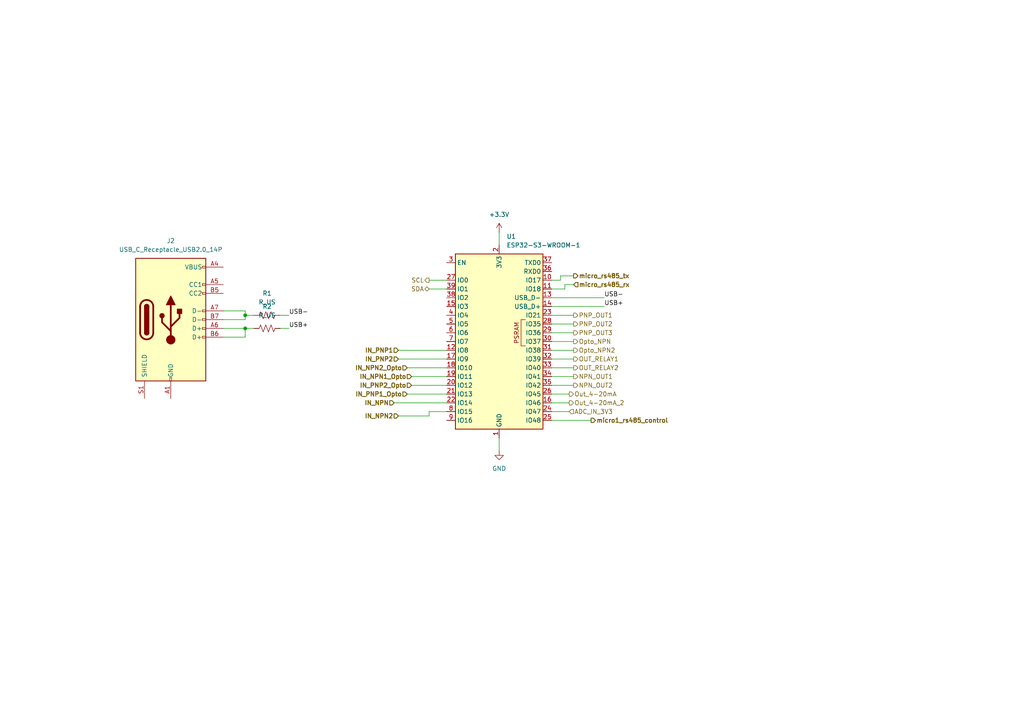
<source format=kicad_sch>
(kicad_sch (version 20250114) (generator "eeschema") (generator_version "9.0")
  (paper "A4")
  (lib_symbols
    (symbol "Connector:USB_C_Receptacle_USB2.0_14P" (pin_names (offset 1.016))
      (property "Reference" "J" (at 0 22.225 0))
      (property "Value" "USB_C_Receptacle_USB2.0_14P" (at 0 19.685 0))
      (symbol "USB_C_Receptacle_USB2.0_14P_0_0"
        (rectangle (start -0.254 -17.78) (end 0.254 -16.764))
        (rectangle (start 10.16 15.494) (end 9.144 14.986))
        (rectangle (start 10.16 10.414) (end 9.144 9.906))
        (rectangle (start 10.16 7.874) (end 9.144 7.366))
        (rectangle (start 10.16 2.794) (end 9.144 2.286))
        (rectangle (start 10.16 0.254) (end 9.144 -0.254))
        (rectangle (start 10.16 -2.286) (end 9.144 -2.794))
        (rectangle (start 10.16 -4.826) (end 9.144 -5.334))
      )
      (symbol "USB_C_Receptacle_USB2.0_14P_0_1"
        (rectangle (start -10.16 17.78) (end 10.16 -17.78) (stroke (width 0.254)) (fill (type background)))
        (polyline (pts (xy -8.89 -3.81) (xy -8.89 3.81)) (stroke (width 0.508)))
        (rectangle (start -7.62 -3.81) (end -6.35 3.81) (stroke (width 0.254)) (fill (type outline)))
        (arc (start -7.62 3.81) (mid -6.985 4.4423) (end -6.35 3.81) (stroke (width 0.254)))
        (arc (start -7.62 3.81) (mid -6.985 4.4423) (end -6.35 3.81) (stroke (width 0.254)) (fill (type outline)))
        (arc (start -8.89 3.81) (mid -6.985 5.7067) (end -5.08 3.81) (stroke (width 0.508)))
        (arc (start -5.08 -3.81) (mid -6.985 -5.7067) (end -8.89 -3.81) (stroke (width 0.508)))
        (arc (start -6.35 -3.81) (mid -6.985 -4.4423) (end -7.62 -3.81) (stroke (width 0.254)))
        (arc (start -6.35 -3.81) (mid -6.985 -4.4423) (end -7.62 -3.81) (stroke (width 0.254)) (fill (type outline)))
        (polyline (pts (xy -5.08 3.81) (xy -5.08 -3.81)) (stroke (width 0.508)))
        (circle (center -2.54 1.143) (radius 0.635) (stroke (width 0.254)) (fill (type outline)))
        (polyline (pts (xy -1.27 4.318) (xy 0 6.858) (xy 1.27 4.318) (xy -1.27 4.318)) (stroke (width 0.254)) (fill (type outline)))
        (polyline (pts (xy 0 -2.032) (xy 2.54 0.508) (xy 2.54 1.778)) (stroke (width 0.508)))
        (polyline (pts (xy 0 -3.302) (xy -2.54 -0.762) (xy -2.54 0.508)) (stroke (width 0.508)))
        (polyline (pts (xy 0 -5.842) (xy 0 4.318)) (stroke (width 0.508)))
        (circle (center 0 -5.842) (radius 1.27) (fill (type outline)))
        (rectangle (start 1.905 1.778) (end 3.175 3.048) (stroke (width 0.254)) (fill (type outline)))
      )
      (symbol "USB_C_Receptacle_USB2.0_14P_1_1"
        (pin passive line (at -7.62 -22.86 90) (length 5.08) (name "SHIELD") (number "S1"))
        (pin passive line (at 0 -22.86 90) (length 5.08) (name "GND") (number "A1"))
        (pin passive line (at 0 -22.86 90) (length 5.08) (hide yes) (name "GND") (number "A12"))
        (pin passive line (at 0 -22.86 90) (length 5.08) (hide yes) (name "GND") (number "B1"))
        (pin passive line (at 0 -22.86 90) (length 5.08) (hide yes) (name "GND") (number "B12"))
        (pin passive line (at 15.24 15.24 180) (length 5.08) (name "VBUS") (number "A4"))
        (pin passive line (at 15.24 15.24 180) (length 5.08) (hide yes) (name "VBUS") (number "A9"))
        (pin passive line (at 15.24 15.24 180) (length 5.08) (hide yes) (name "VBUS") (number "B4"))
        (pin passive line (at 15.24 15.24 180) (length 5.08) (hide yes) (name "VBUS") (number "B9"))
        (pin bidirectional line (at 15.24 10.16 180) (length 5.08) (name "CC1") (number "A5"))
        (pin bidirectional line (at 15.24 7.62 180) (length 5.08) (name "CC2") (number "B5"))
        (pin bidirectional line (at 15.24 2.54 180) (length 5.08) (name "D-") (number "A7"))
        (pin bidirectional line (at 15.24 0 180) (length 5.08) (name "D-") (number "B7"))
        (pin bidirectional line (at 15.24 -2.54 180) (length 5.08) (name "D+") (number "A6"))
        (pin bidirectional line (at 15.24 -5.08 180) (length 5.08) (name "D+") (number "B6"))
      )
    )
    (symbol "Device:R_US" (pin_numbers (hide yes)) (pin_names (offset 0))
      (property "Reference" "R" (at 2.54 0 90))
      (property "Value" "R_US" (at -2.54 0 90))
      (symbol "R_US_0_1"
        (polyline (pts (xy 0 2.286) (xy 0 2.54)))
        (polyline (pts (xy 0 2.286) (xy 1.016 1.905) (xy 0 1.524) (xy -1.016 1.143) (xy 0 0.762)))
        (polyline (pts (xy 0 0.762) (xy 1.016 0.381) (xy 0 0) (xy -1.016 -0.381) (xy 0 -0.762)))
        (polyline (pts (xy 0 -0.762) (xy 1.016 -1.143) (xy 0 -1.524) (xy -1.016 -1.905) (xy 0 -2.286)))
        (polyline (pts (xy 0 -2.286) (xy 0 -2.54)))
      )
      (symbol "R_US_1_1"
        (pin passive line (at 0 3.81 270) (length 1.27) (name "~") (number "1"))
        (pin passive line (at 0 -3.81 90) (length 1.27) (name "~") (number "2"))
      )
    )
    (symbol "GP8211S-TC50:+3.3V" (power) (pin_numbers (hide yes)) (pin_names (offset 0) (hide yes))
      (property "Value" "+3.3V" (at 0 3.556 0))
      (symbol "+3.3V_0_1"
        (polyline (pts (xy -0.762 1.27) (xy 0 2.54)))
        (polyline (pts (xy 0 2.54) (xy 0.762 1.27)))
        (polyline (pts (xy 0 0) (xy 0 2.54)))
      )
      (symbol "+3.3V_1_1"
        (pin power_in line (at 0 0 90) (length 0) (name "~") (number "1"))
      )
    )
    (symbol "GP8211S-TC50:GND" (power) (pin_numbers (hide yes)) (pin_names (offset 0) (hide yes))
      (property "Value" "GND" (at 0 -3.81 0))
      (symbol "GND_0_1"
        (polyline (pts (xy 0 0) (xy 0 -1.27) (xy 1.27 -1.27) (xy 0 -2.54) (xy -1.27 -1.27) (xy 0 -1.27)))
      )
      (symbol "GND_1_1"
        (pin power_in line (at 0 0 270) (length 0) (name "~") (number "1"))
      )
    )
    (symbol "RF_Module:ESP32-S3-WROOM-1"
      (property "Reference" "U" (at -12.7 26.67 0))
      (property "Value" "ESP32-S3-WROOM-1" (at 12.7 26.67 0))
      (symbol "ESP32-S3-WROOM-1_0_0"
        (rectangle (start -12.7 25.4) (end 12.7 -25.4) (stroke (width 0.254)) (fill (type background)))
        (text "PSRAM" (at 5.08 2.54 900) (effects (font (size 1.27 1.27))))
      )
      (symbol "ESP32-S3-WROOM-1_0_1"
        (polyline (pts (xy 7.62 -1.27) (xy 6.35 -1.27) (xy 6.35 6.35) (xy 7.62 6.35)))
      )
      (symbol "ESP32-S3-WROOM-1_1_1"
        (pin input line (at -15.24 22.86 0) (length 2.54) (name "EN") (number "3"))
        (pin bidirectional line (at -15.24 17.78 0) (length 2.54) (name "IO0") (number "27"))
        (pin bidirectional line (at -15.24 15.24 0) (length 2.54) (name "IO1") (number "39"))
        (pin bidirectional line (at -15.24 12.7 0) (length 2.54) (name "IO2") (number "38"))
        (pin bidirectional line (at -15.24 10.16 0) (length 2.54) (name "IO3") (number "15"))
        (pin bidirectional line (at -15.24 7.62 0) (length 2.54) (name "IO4") (number "4"))
        (pin bidirectional line (at -15.24 5.08 0) (length 2.54) (name "IO5") (number "5"))
        (pin bidirectional line (at -15.24 2.54 0) (length 2.54) (name "IO6") (number "6"))
        (pin bidirectional line (at -15.24 0 0) (length 2.54) (name "IO7") (number "7"))
        (pin bidirectional line (at -15.24 -2.54 0) (length 2.54) (name "IO8") (number "12"))
        (pin bidirectional line (at -15.24 -5.08 0) (length 2.54) (name "IO9") (number "17"))
        (pin bidirectional line (at -15.24 -7.62 0) (length 2.54) (name "IO10") (number "18"))
        (pin bidirectional line (at -15.24 -10.16 0) (length 2.54) (name "IO11") (number "19"))
        (pin bidirectional line (at -15.24 -12.7 0) (length 2.54) (name "IO12") (number "20"))
        (pin bidirectional line (at -15.24 -15.24 0) (length 2.54) (name "IO13") (number "21"))
        (pin bidirectional line (at -15.24 -17.78 0) (length 2.54) (name "IO14") (number "22"))
        (pin bidirectional line (at -15.24 -20.32 0) (length 2.54) (name "IO15") (number "8"))
        (pin bidirectional line (at -15.24 -22.86 0) (length 2.54) (name "IO16") (number "9"))
        (pin power_in line (at 0 27.94 270) (length 2.54) (name "3V3") (number "2"))
        (pin power_in line (at 0 -27.94 90) (length 2.54) (name "GND") (number "1"))
        (pin passive line (at 0 -27.94 90) (length 2.54) (hide yes) (name "GND") (number "40"))
        (pin passive line (at 0 -27.94 90) (length 2.54) (hide yes) (name "GND") (number "41"))
        (pin bidirectional line (at 15.24 22.86 180) (length 2.54) (name "TXD0") (number "37"))
        (pin bidirectional line (at 15.24 20.32 180) (length 2.54) (name "RXD0") (number "36"))
        (pin bidirectional line (at 15.24 17.78 180) (length 2.54) (name "IO17") (number "10"))
        (pin bidirectional line (at 15.24 15.24 180) (length 2.54) (name "IO18") (number "11"))
        (pin bidirectional line (at 15.24 12.7 180) (length 2.54) (name "USB_D-") (number "13"))
        (pin bidirectional line (at 15.24 10.16 180) (length 2.54) (name "USB_D+") (number "14"))
        (pin bidirectional line (at 15.24 7.62 180) (length 2.54) (name "IO21") (number "23"))
        (pin bidirectional line (at 15.24 5.08 180) (length 2.54) (name "IO35") (number "28"))
        (pin bidirectional line (at 15.24 2.54 180) (length 2.54) (name "IO36") (number "29"))
        (pin bidirectional line (at 15.24 0 180) (length 2.54) (name "IO37") (number "30"))
        (pin bidirectional line (at 15.24 -2.54 180) (length 2.54) (name "IO38") (number "31"))
        (pin bidirectional line (at 15.24 -5.08 180) (length 2.54) (name "IO39") (number "32"))
        (pin bidirectional line (at 15.24 -7.62 180) (length 2.54) (name "IO40") (number "33"))
        (pin bidirectional line (at 15.24 -10.16 180) (length 2.54) (name "IO41") (number "34"))
        (pin bidirectional line (at 15.24 -12.7 180) (length 2.54) (name "IO42") (number "35"))
        (pin bidirectional line (at 15.24 -15.24 180) (length 2.54) (name "IO45") (number "26"))
        (pin bidirectional line (at 15.24 -17.78 180) (length 2.54) (name "IO46") (number "16"))
        (pin bidirectional line (at 15.24 -20.32 180) (length 2.54) (name "IO47") (number "24"))
        (pin bidirectional line (at 15.24 -22.86 180) (length 2.54) (name "IO48") (number "25"))
      )
    )
  )
  (junction (at 71.12 91.44))
  (junction (at 71.12 95.25))
  (wire (pts (xy 124.46 119.38) (xy 129.54 119.38)))
  (wire (pts (xy 115.57 104.14) (xy 129.54 104.14)))
  (wire (pts (xy 71.12 95.25) (xy 73.66 95.25)))
  (wire (pts (xy 64.77 92.71) (xy 71.12 92.71)))
  (wire (pts (xy 71.12 92.71) (xy 71.12 91.44)))
  (wire (pts (xy 119.38 109.22) (xy 129.54 109.22)))
  (wire (pts (xy 144.78 67.31) (xy 144.78 71.12)))
  (wire (pts (xy 160.02 86.36) (xy 175.26 86.36)))
  (wire (pts (xy 64.77 95.25) (xy 71.12 95.25)))
  (wire (pts (xy 71.12 91.44) (xy 73.66 91.44)))
  (wire (pts (xy 160.02 106.68) (xy 166.37 106.68)))
  (wire (pts (xy 118.11 106.68) (xy 129.54 106.68)))
  (wire (pts (xy 118.11 114.3) (xy 129.54 114.3)))
  (wire (pts (xy 166.37 80.01) (xy 162.56 80.01)))
  (wire (pts (xy 160.02 96.52) (xy 166.37 96.52)))
  (wire (pts (xy 160.02 121.92) (xy 171.45 121.92)))
  (wire (pts (xy 160.02 114.3) (xy 165.1 114.3)))
  (wire (pts (xy 144.78 127) (xy 144.78 130.81)))
  (wire (pts (xy 160.02 109.22) (xy 166.37 109.22)))
  (wire (pts (xy 160.02 116.84) (xy 165.1 116.84)))
  (wire (pts (xy 162.56 81.28) (xy 160.02 81.28)))
  (wire (pts (xy 64.77 97.79) (xy 71.12 97.79)))
  (wire (pts (xy 160.02 88.9) (xy 175.26 88.9)))
  (wire (pts (xy 81.28 95.25) (xy 83.82 95.25)))
  (wire (pts (xy 160.02 111.76) (xy 166.37 111.76)))
  (wire (pts (xy 160.02 93.98) (xy 166.37 93.98)))
  (wire (pts (xy 119.38 111.76) (xy 129.54 111.76)))
  (wire (pts (xy 115.57 101.6) (xy 129.54 101.6)))
  (wire (pts (xy 114.3 116.84) (xy 129.54 116.84)))
  (wire (pts (xy 115.57 120.65) (xy 124.46 120.65)))
  (wire (pts (xy 160.02 99.06) (xy 166.37 99.06)))
  (wire (pts (xy 160.02 104.14) (xy 166.37 104.14)))
  (wire (pts (xy 64.77 90.17) (xy 71.12 90.17)))
  (wire (pts (xy 124.46 81.28) (xy 129.54 81.28)))
  (wire (pts (xy 71.12 91.44) (xy 71.12 90.17)))
  (wire (pts (xy 160.02 119.38) (xy 165.1 119.38)))
  (wire (pts (xy 163.83 82.55) (xy 163.83 83.82)))
  (wire (pts (xy 162.56 80.01) (xy 162.56 81.28)))
  (wire (pts (xy 163.83 83.82) (xy 160.02 83.82)))
  (wire (pts (xy 124.46 120.65) (xy 124.46 119.38)))
  (wire (pts (xy 81.28 91.44) (xy 83.82 91.44)))
  (wire (pts (xy 166.37 82.55) (xy 163.83 82.55)))
  (wire (pts (xy 124.46 83.82) (xy 129.54 83.82)))
  (wire (pts (xy 71.12 97.79) (xy 71.12 95.25)))
  (wire (pts (xy 160.02 101.6) (xy 166.37 101.6)))
  (wire (pts (xy 160.02 91.44) (xy 166.37 91.44)))
  (label "USB-" (at 83.82 91.44 0))
  (label "USB+" (at 83.82 95.25 0))
  (label "USB+" (at 175.26 88.9 0))
  (label "USB-" (at 175.26 86.36 0))
  (hierarchical_label "IN_NPN" (shape input) (at 114.3 116.84 180) (effects (font (thickness 0.254) (bold yes))))
  (hierarchical_label "micro_rs485_rx" (shape input) (at 166.37 82.55 0) (effects (font (thickness 0.254) (bold yes))))
  (hierarchical_label "IN_NPN1_Opto" (shape input) (at 119.38 109.22 180) (effects (font (thickness 0.254) (bold yes))))
  (hierarchical_label "OUT_RELAY2" (shape output) (at 166.37 106.68 0))
  (hierarchical_label "PNP_OUT3" (shape output) (at 166.37 96.52 0))
  (hierarchical_label "IN_NPN2_Opto" (shape input) (at 118.11 106.68 180) (effects (font (thickness 0.254) (bold yes))))
  (hierarchical_label "IN_PNP1_Opto" (shape input) (at 118.11 114.3 180) (effects (font (thickness 0.254) (bold yes))))
  (hierarchical_label "SDA" (shape bidirectional) (at 124.46 83.82 180))
  (hierarchical_label "NPN_OUT1" (shape output) (at 166.37 109.22 0))
  (hierarchical_label "IN_NPN2" (shape input) (at 115.57 120.65 180) (effects (font (thickness 0.254) (bold yes))))
  (hierarchical_label "ADC_IN_3V3" (shape input) (at 165.1 119.38 0))
  (hierarchical_label "OUT_RELAY1" (shape output) (at 166.37 104.14 0))
  (hierarchical_label "IN_PNP1" (shape input) (at 115.57 101.6 180) (effects (font (thickness 0.254) (bold yes))))
  (hierarchical_label "Out_4-20mA" (shape output) (at 165.1 114.3 0))
  (hierarchical_label "PNP_OUT2" (shape output) (at 166.37 93.98 0))
  (hierarchical_label "NPN_OUT2" (shape output) (at 166.37 111.76 0))
  (hierarchical_label "PNP_OUT1" (shape output) (at 166.37 91.44 0))
  (hierarchical_label "Opto_NPN2" (shape output) (at 166.37 101.6 0))
  (hierarchical_label "micro_rs485_tx" (shape output) (at 166.37 80.01 0) (effects (font (thickness 0.254) (bold yes))))
  (hierarchical_label "Out_4-20mA_2" (shape output) (at 165.1 116.84 0))
  (hierarchical_label "SCL" (shape output) (at 124.46 81.28 180))
  (hierarchical_label "Opto_NPN" (shape output) (at 166.37 99.06 0))
  (hierarchical_label "IN_PNP2" (shape input) (at 115.57 104.14 180) (effects (font (thickness 0.254) (bold yes))))
  (hierarchical_label "IN_PNP2_Opto" (shape input) (at 119.38 111.76 180) (effects (font (thickness 0.254) (bold yes))))
  (hierarchical_label "micro1_rs485_control" (shape output) (at 171.45 121.92 0) (effects (font (thickness 0.254) (bold yes))))
  (symbol (lib_id "RF_Module:ESP32-S3-WROOM-1") (at 144.78 99.06 0) (unit 1)
    (property "Reference" "U1" (at 146.9233 68.58 0) (effects (justify left)))
    (property "Value" "ESP32-S3-WROOM-1" (at 146.9233 71.12 0) (effects (justify left)))
    (property "Footprint" "RF_Module:ESP32-S3-WROOM-1" (effects (hide yes)))
    (property "Datasheet" "https://www.espressif.com/sites/default/files/documentation/esp32-s3-wroom-1_wroom-1u_datasheet_en.pdf" (effects (hide yes)))
    (property "Description" "RF Module, ESP32-S3 SoC, Wi-Fi 802.11b/g/n, Bluetooth, BLE, 32-bit, 3.3V, onboard antenna, SMD" (effects (hide yes)))
  )
  (symbol (lib_id "Device:R_US") (at 77.47 91.44 270) (unit 1)
    (property "Reference" "R1" (at 77.47 85.09 90))
    (property "Value" "R_US" (at 77.47 87.63 90))
    (property "Footprint" "Resistor_SMD:R_0201_0603Metric" (effects (hide yes)))
    (property "Description" "Resistor, US symbol" (effects (hide yes)))
  )
  (symbol (lib_id "Device:R_US") (at 77.47 95.25 270) (unit 1)
    (property "Reference" "R2" (at 77.47 88.9 90))
    (property "Value" "R_US" (at 77.47 91.44 90))
    (property "Footprint" "Resistor_SMD:R_0201_0603Metric" (effects (hide yes)))
    (property "Description" "Resistor, US symbol" (effects (hide yes)))
  )
  (symbol (lib_id "Connector:USB_C_Receptacle_USB2.0_14P") (at 49.53 92.71 0) (unit 1)
    (property "Reference" "J2" (at 49.53 69.85 0))
    (property "Value" "USB_C_Receptacle_USB2.0_14P" (at 49.53 72.39 0))
    (property "Datasheet" "https://www.usb.org/sites/default/files/documents/usb_type-c.zip" (effects (hide yes)))
    (property "Description" "USB 2.0-only 14P Type-C Receptacle connector" (effects (hide yes)))
  )
  (symbol (lib_id "GP8211S-TC50:GND") (at 144.78 130.81 0) (unit 1)
    (property "Reference" "#PWR02" (effects (hide yes)))
    (property "Value" "GND" (at 144.78 135.89 0))
    (property "Description" "Power symbol creates a global label with name \"GND\" , ground" (effects (hide yes)))
  )
  (symbol (lib_id "GP8211S-TC50:+3.3V") (at 144.78 67.31 0) (unit 1)
    (property "Reference" "#PWR03" (effects (hide yes)))
    (property "Value" "+3.3V" (at 144.78 62.23 0))
    (property "Description" "Power symbol creates a global label with name \"+3.3V\"" (effects (hide yes)))
  )
)
</source>
